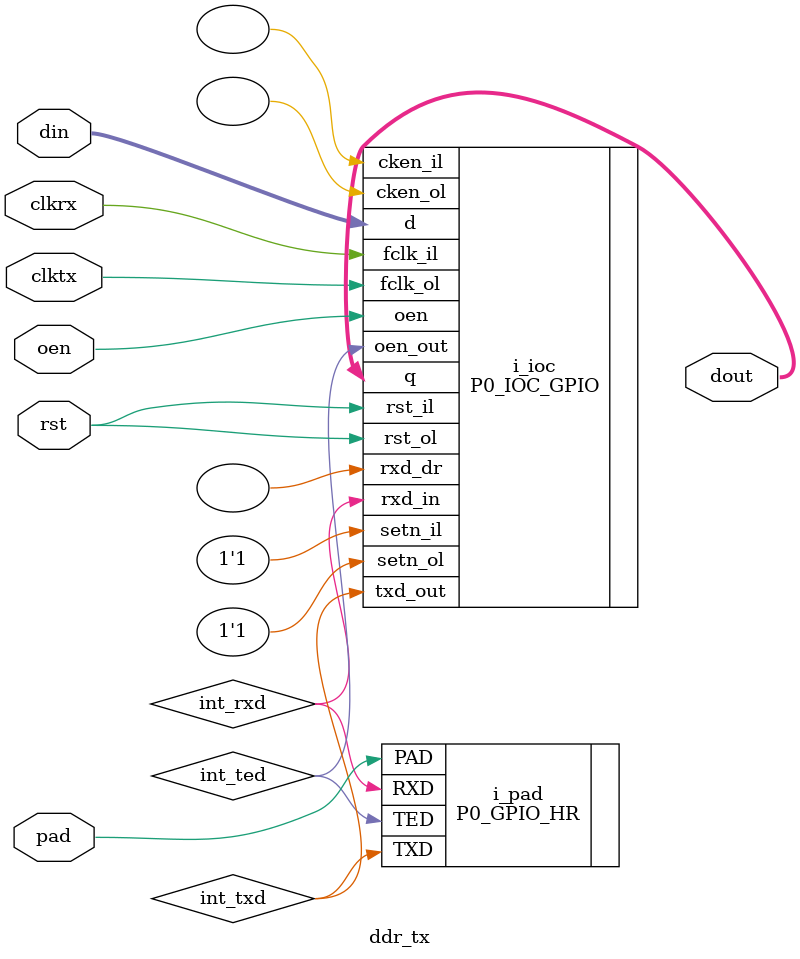
<source format=v>

`define RGMII_3V3_EN

module ddr_tx(
	pad,
	clkrx,
	clktx,
	rst,
	oen,
	din,
	dout
);

inout pad;
input clkrx, clktx, oen, rst;
input [1:0] din;
output [1:0] dout;

wire int_rxd;

P0_GPIO_HR #(


`ifdef RGMII_3V3_EN

             .CFG_25_EN    (1'b0),//bank shared 
             .CFG_MSC      (1'b0),  //bank shared
			 .CFG_RX_EN12  (1'b0),
             .CFG_RX_EN15  (1'b0),
             .CFG_RX_EN33  (1'b1),
			 
`elsif RGMII_2V5_EN

             .CFG_25_EN    (1'b1),//bank shared 
             .CFG_MSC      (1'b0),  //bank shared
			 .CFG_RX_EN12  (1'b0),
             .CFG_RX_EN15  (1'b0),
             .CFG_RX_EN33  (1'b0),
`else

             .CFG_25_EN    (1'b0),//bank shared  //1.8V
             .CFG_MSC      (1'b1),  //bank shared
			 .CFG_RX_EN12  (1'b0),
             .CFG_RX_EN15  (1'b0),
             .CFG_RX_EN33  (1'b0),
			 
`endif
			

             .CFG_RX_DIG_EN(1'b0), //in

             .CFG_RX_ST_EN (1'b0),

             .CFG_NS_LV    (1'b1),			 
			 // .CFG_NDR (4'b1111),
             // .CFG_PDR (5'b11111), //16mA

            // .CFG_NDR (4'b1101),
            // .CFG_PDR (5'b11111), //14mA
			 
			 // .CFG_NDR (4'b1100),
             // .CFG_PDR (5'b11100), //12mA
			 
			  .CFG_NDR (4'b1000),
             .CFG_PDR (5'b10100), //8mA
			 
			  // .CFG_NDR (4'b0110),
              // .CFG_PDR (5'b01110), //6mA
			 
			 // .CFG_NDR (4'b0100),
             // .CFG_PDR (5'b01010), //4mA
			 
             .CFG_KEEP(2'b00),
             .CFG_RSE (4'b0000) 
      ) i_pad (
		.RXD(int_rxd), 
		.PAD(pad), 
		.TED(int_ted),
		.TXD(int_txd)
      );

P0_IOC_GPIO #(
        .CFG_OEN_SEL(4'b1000),//0000:1, 0001:0, 0010: oen4, 0100:oen2, 1000:oen3
        .CFG_CK_PAD_EN(1'b0),
        .CFG_DDR_IN_NREG(1'b0),
        .CFG_DDR_IN_NREG_DFF(1'b1),//in
        .CFG_DDR_IN_PREG(1'b0),
        .CFG_DDR_IN_PREG_DFF(1'b1),//in
        .CFG_DDR_OUT(1'b1),
        .CFG_DDR_OUT_REG(1'b1),
        .CFG_FASTIN_0(1'b0),
        .CFG_FASTIN_1(1'b0),
        .CFG_FCLK_INV(1'b1),
        .CFG_FOUT_SEL(1'b0),
        .CFG_OEN_DDR_OUT_REG(1'b0),
        .CFG_OEN_INV(1'b0), //
        .CFG_OFDBK(1'b0),
        .CFG_OUT_INV(1'b0),

//**** from IOC_LBUF_GPIO.ckgate_block_GPIO
        .CFG_FCLK0_I_EN(1'b1),
        .CFG_FCLK0_O_EN(1'b1),
        .CFG_FCLK1_I_EN(1'b1),
        .CFG_FCLK1_O_EN(1'b1),
        .CFG_FCLK_OEN_EN(1'b1),
        .CFG_FCLK_SR_I_EN(1'b1),
        .CFG_FCLK_SR_O_EN(1'b1),

//**** from IOC_LBUF_GPIO.CLK_MUX_GPIO
        .CFG_SET_INV_I(1'b1),
        .CFG_SET_EN_I(2'b01), //[1] not use
        .CFG_SET_SYN_I(1'b0),
        .CFG_SET_INV_O(1'b1),
        .CFG_SET_EN_O(2'b11), //[1] to control oe
        .CFG_SET_SYN_O(1'b0),

        .CFG_RST_INV_I(1'b0),
        .CFG_RST_EN_I(2'b01), //[1] not use
        .CFG_RST_SYN_I(1'b1),
        .CFG_RST_INV_O(1'b0),
        .CFG_RST_EN_O(2'b11), //[1] to control oe
        .CFG_RST_SYN_O(1'b1),

        .CFG_EN0_I(1'b0),
        .CFG_EN1_I(1'b0),
        .CFG_CKEN_INV_I(1'b0),
        .CFG_EN0_O(1'b0),
        .CFG_EN1_O(1'b0),
        .CFG_CKEN_INV_O(1'b0)
      ) i_ioc (
	    .rxd_in(int_rxd),
	    .txd_out(int_txd),
	    .oen_out(int_ted),

	    .rxd_dr(),//clk

	    .fclk_il(clkrx),
	    .fclk_ol(clktx),
	    .cken_il(),
	    .cken_ol(),
	    .rst_il(rst),
	    .rst_ol(rst),
	    .setn_il(1'b1),
	    .setn_ol(1'b1),//high active
	    .oen(oen),
	    .d(din), // bit0: falling , bit1 : rising
	    .q(dout)
	  );
	  

	  
endmodule




</source>
